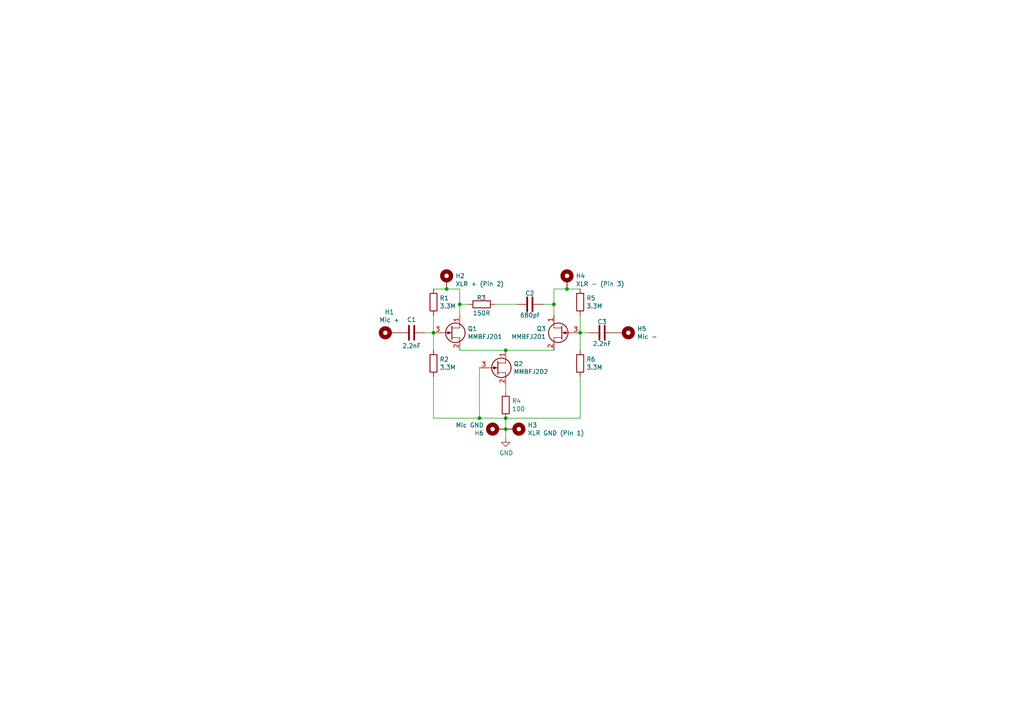
<source format=kicad_sch>
(kicad_sch (version 20230121) (generator eeschema)
  (paper "A4")
  (title_block (title "Schematic A.Rice Preamp") (date "23.07.2023") (comment 1 "SMD Version by V.Weisz") (comment 2 "High Current"))
  (lib_symbols
    (symbol "Device:C" (pin_numbers hide) (pin_names (offset 0.254))
      (property "Reference" "C" (at 0.635 2.54 0))
      (property "Value" "C" (at 0.635 -2.54 0))
      (symbol "C_0_1"
        (polyline (pts (xy -2.032 -0.762) (xy 2.032 -0.762)) (stroke (width 0.508)))
        (polyline (pts (xy -2.032 0.762) (xy 2.032 0.762)) (stroke (width 0.508)))
      )
      (symbol "C_1_1"
        (pin passive line (at 0 3.81 270) (length 2.794) (name "~") (number "1"))
        (pin passive line (at 0 -3.81 90) (length 2.794) (name "~") (number "2"))
      )
    )
    (symbol "Device:R" (pin_numbers hide) (pin_names (offset 0))
      (property "Reference" "R" (at 2.032 0 90))
      (property "Value" "R" (at 0 0 90))
      (symbol "R_0_1"
        (rectangle (start -1.016 -2.54) (end 1.016 2.54) (stroke (width 0.254)))
      )
      (symbol "R_1_1"
        (pin passive line (at 0 3.81 270) (length 1.27) (name "~") (number "1"))
        (pin passive line (at 0 -3.81 90) (length 1.27) (name "~") (number "2"))
      )
    )
    (symbol "LTD0-PCB2023_V3A-rescue:MMBFJ201-MMBFJ201" (pin_names hide)
      (property "Reference" "Q" (at 5.08 1.905 0))
      (property "Value" "MMBFJ201_MMBFJ201" (at 5.08 0 0))
      (symbol "MMBFJ201-MMBFJ201_0_1"
        (polyline (pts (xy 0.254 0) (xy -2.54 0)))
        (polyline (pts (xy 0.254 1.905) (xy 0.254 -1.905)) (stroke (width 0.254)))
        (polyline (pts (xy 2.54 -2.54) (xy 2.54 -1.397) (xy 0.254 -1.397)))
        (polyline (pts (xy 2.54 2.54) (xy 2.54 1.397) (xy 0.254 1.397)))
        (polyline (pts (xy 0 0) (xy -1.016 0.381) (xy -1.016 -0.381) (xy 0 0)) (fill (type outline)))
        (circle (center 1.27 0) (radius 2.8194) (stroke (width 0.254)))
      )
      (symbol "MMBFJ201-MMBFJ201_1_1"
        (pin passive line (at 2.54 5.08 270) (length 2.54) (name "D") (number "1"))
        (pin passive line (at 2.54 -5.08 90) (length 2.54) (name "S") (number "2"))
        (pin input line (at -5.08 0 0) (length 2.54) (name "G") (number "3"))
      )
    )
    (symbol "Mechanical:MountingHole_Pad" (pin_numbers hide) (pin_names (offset 1.016) hide)
      (property "Reference" "H" (at 0 6.35 0))
      (property "Value" "MountingHole_Pad" (at 0 4.445 0))
      (symbol "MountingHole_Pad_0_1"
        (circle (center 0 1.27) (radius 1.27) (stroke (width 1.27)))
      )
      (symbol "MountingHole_Pad_1_1"
        (pin input line (at 0 -2.54 90) (length 2.54) (name "1") (number "1"))
      )
    )
    (symbol "power:GND" (power) (pin_names (offset 0))
      (property "Value" "GND" (at 0 -3.81 0))
      (symbol "GND_0_1"
        (polyline (pts (xy 0 0) (xy 0 -1.27) (xy 1.27 -1.27) (xy 0 -2.54) (xy -1.27 -1.27) (xy 0 -1.27)))
      )
      (symbol "GND_1_1"
        (pin power_in line (at 0 0 270) (length 0) hide (name "GND") (number "1"))
      )
    )
  )
  (junction (at 139.065 121.285))
  (junction (at 160.655 88.265))
  (junction (at 133.35 88.265))
  (junction (at 129.54 83.82))
  (junction (at 146.685 121.285))
  (junction (at 168.275 96.52))
  (junction (at 164.465 83.82))
  (junction (at 146.685 101.6))
  (junction (at 125.73 96.52))
  (junction (at 146.685 124.46))
  (wire (pts (xy 133.35 83.82) (xy 133.35 88.265)))
  (wire (pts (xy 135.89 88.265) (xy 133.35 88.265)))
  (wire (pts (xy 168.275 101.6) (xy 168.275 96.52)))
  (wire (pts (xy 143.51 88.265) (xy 149.86 88.265)))
  (wire (pts (xy 139.065 106.68) (xy 139.065 121.285)))
  (wire (pts (xy 146.685 121.285) (xy 146.685 124.46)))
  (wire (pts (xy 168.275 96.52) (xy 170.815 96.52)))
  (wire (pts (xy 157.48 88.265) (xy 160.655 88.265)))
  (wire (pts (xy 146.685 124.46) (xy 146.685 127)))
  (wire (pts (xy 160.655 83.82) (xy 160.655 88.265)))
  (wire (pts (xy 168.275 91.44) (xy 168.275 96.52)))
  (wire (pts (xy 160.655 88.265) (xy 160.655 91.44)))
  (wire (pts (xy 129.54 83.82) (xy 133.35 83.82)))
  (wire (pts (xy 146.685 101.6) (xy 160.655 101.6)))
  (wire (pts (xy 164.465 83.82) (xy 160.655 83.82)))
  (wire (pts (xy 125.73 121.285) (xy 139.065 121.285)))
  (wire (pts (xy 125.73 101.6) (xy 125.73 96.52)))
  (wire (pts (xy 125.73 83.82) (xy 129.54 83.82)))
  (wire (pts (xy 168.275 121.285) (xy 146.685 121.285)))
  (wire (pts (xy 139.065 121.285) (xy 146.685 121.285)))
  (wire (pts (xy 125.73 96.52) (xy 125.73 91.44)))
  (wire (pts (xy 146.685 113.665) (xy 146.685 111.76)))
  (wire (pts (xy 168.275 109.22) (xy 168.275 121.285)))
  (wire (pts (xy 125.73 109.22) (xy 125.73 121.285)))
  (wire (pts (xy 133.35 88.265) (xy 133.35 91.44)))
  (wire (pts (xy 123.19 96.52) (xy 125.73 96.52)))
  (wire (pts (xy 133.35 101.6) (xy 146.685 101.6)))
  (wire (pts (xy 168.275 83.82) (xy 164.465 83.82)))
  (symbol (lib_id "LTD0-PCB2023_V3A-rescue:MMBFJ201-MMBFJ201") (at 130.81 96.52 0) (unit 1)
    (property "Reference" "Q1" (at 135.636 95.3516 0) (effects (justify left)))
    (property "Value" "MMBFJ201" (at 135.636 97.663 0) (effects (justify left)))
    (property "Footprint" "Package_TO_SOT_SMD:SOT-23" (effects hide))
    (property "Datasheet" "https://www.nxp.com/docs/en/data-sheet/BF545A_BF545B_BF545C.pdf" (effects hide))
  )
  (symbol (lib_id "LTD0-PCB2023_V3A-rescue:MMBFJ201-MMBFJ201") (at 163.195 96.52 0) (mirror y) (unit 1)
    (property "Reference" "Q3" (at 158.369 95.3516 0) (effects (justify left)))
    (property "Value" "MMBFJ201" (at 158.369 97.663 0) (effects (justify left)))
    (property "Footprint" "Package_TO_SOT_SMD:SOT-23" (effects hide))
    (property "Datasheet" "https://www.nxp.com/docs/en/data-sheet/BF545A_BF545B_BF545C.pdf" (effects hide))
  )
  (symbol (lib_id "LTD0-PCB2023_V3A-rescue:MMBFJ201-MMBFJ201") (at 144.145 106.68 0) (unit 1)
    (property "Reference" "Q2" (at 148.971 105.5116 0) (effects (justify left)))
    (property "Value" "MMBFJ202" (at 148.971 107.823 0) (effects (justify left)))
    (property "Footprint" "Package_TO_SOT_SMD:SOT-23" (effects hide))
    (property "Datasheet" "https://www.nxp.com/docs/en/data-sheet/BF545A_BF545B_BF545C.pdf" (effects hide))
  )
  (symbol (lib_id "Device:R") (at 146.685 117.475 0) (unit 1)
    (property "Reference" "R4" (at 148.463 116.3066 0) (effects (justify left)))
    (property "Value" "100" (at 148.463 118.618 0) (effects (justify left)))
    (property "Footprint" "Resistor_SMD:R_0805_2012Metric_Pad1.15x1.40mm_HandSolder" (effects hide))
  )
  (symbol (lib_id "Device:R") (at 139.7 88.265 90) (unit 1)
    (property "Reference" "R3" (at 140.97 86.36 90) (effects (justify left)))
    (property "Value" "150R" (at 142.24 90.805 90) (effects (justify left)))
    (property "Footprint" "Resistor_SMD:R_0805_2012Metric_Pad1.15x1.40mm_HandSolder" (effects hide))
  )
  (symbol (lib_id "Device:R") (at 125.73 87.63 0) (unit 1)
    (property "Reference" "R1" (at 127.508 86.4616 0) (effects (justify left)))
    (property "Value" "3.3M" (at 127.508 88.773 0) (effects (justify left)))
    (property "Footprint" "Resistor_SMD:R_0805_2012Metric_Pad1.15x1.40mm_HandSolder" (effects hide))
  )
  (symbol (lib_id "Device:R") (at 125.73 105.41 0) (unit 1)
    (property "Reference" "R2" (at 127.508 104.2416 0) (effects (justify left)))
    (property "Value" "3.3M" (at 127.508 106.553 0) (effects (justify left)))
    (property "Footprint" "Resistor_SMD:R_0805_2012Metric_Pad1.15x1.40mm_HandSolder" (effects hide))
  )
  (symbol (lib_id "Device:R") (at 168.275 87.63 0) (unit 1)
    (property "Reference" "R5" (at 170.053 86.4616 0) (effects (justify left)))
    (property "Value" "3.3M" (at 170.053 88.773 0) (effects (justify left)))
    (property "Footprint" "Resistor_SMD:R_0805_2012Metric_Pad1.15x1.40mm_HandSolder" (effects hide))
  )
  (symbol (lib_id "Device:R") (at 168.275 105.41 0) (unit 1)
    (property "Reference" "R6" (at 170.053 104.2416 0) (effects (justify left)))
    (property "Value" "3.3M" (at 170.053 106.553 0) (effects (justify left)))
    (property "Footprint" "Resistor_SMD:R_0805_2012Metric_Pad1.15x1.40mm_HandSolder" (effects hide))
  )
  (symbol (lib_id "Device:C") (at 174.625 96.52 270) (unit 1)
    (property "Reference" "C3" (at 174.625 93.345 90))
    (property "Value" "2.2nF" (at 174.625 99.695 90))
    (property "Footprint" "Capacitor_SMD:C_0805_2012Metric_Pad1.15x1.40mm_HandSolder" (effects hide))
  )
  (symbol (lib_id "Device:C") (at 119.38 96.52 270) (unit 1)
    (property "Reference" "C1" (at 119.38 92.71 90))
    (property "Value" "2.2nF" (at 119.38 100.33 90))
    (property "Footprint" "Capacitor_SMD:C_0805_2012Metric_Pad1.15x1.40mm_HandSolder" (effects hide))
  )
  (symbol (lib_id "Device:C") (at 153.67 88.265 270) (unit 1)
    (property "Reference" "C2" (at 153.67 85.09 90))
    (property "Value" "680pf" (at 153.67 91.44 90))
    (property "Footprint" "Capacitor_SMD:C_0805_2012Metric_Pad1.15x1.40mm_HandSolder" (effects hide))
  )
  (symbol (lib_id "power:GND") (at 146.685 127 0) (unit 1)
    (property "Reference" "#PWR01" (effects hide))
    (property "Value" "GND" (at 146.812 131.3942 0))
  )
  (symbol (lib_id "Mechanical:MountingHole_Pad") (at 149.225 124.46 270) (unit 1)
    (property "Reference" "H3" (at 153.035 123.2916 90) (effects (justify left)))
    (property "Value" "XLR GND (Pin 1)" (at 153.035 125.603 90) (effects (justify left)))
    (property "Footprint" "TestPoint:TestPoint_Pad_2.5x2.5mm" (effects hide))
  )
  (symbol (lib_id "Mechanical:MountingHole_Pad") (at 129.54 81.28 0) (unit 1)
    (property "Reference" "H2" (at 132.08 80.0354 0) (effects (justify left)))
    (property "Value" "XLR + (Pin 2)" (at 132.08 82.3468 0) (effects (justify left)))
    (property "Footprint" "TestPoint:TestPoint_Pad_2.5x2.5mm" (effects hide))
  )
  (symbol (lib_id "Mechanical:MountingHole_Pad") (at 164.465 81.28 0) (unit 1)
    (property "Reference" "H4" (at 167.005 80.0354 0) (effects (justify left)))
    (property "Value" "XLR - (Pin 3) " (at 167.005 82.3468 0) (effects (justify left)))
    (property "Footprint" "TestPoint:TestPoint_Pad_2.5x2.5mm" (effects hide))
  )
  (symbol (lib_id "Mechanical:MountingHole_Pad") (at 113.03 96.52 90) (unit 1)
    (property "Reference" "H1" (at 112.9538 90.5002 90))
    (property "Value" "Mic +" (at 112.9538 92.8116 90))
    (property "Footprint" "TestPoint:TestPoint_THTPad_1.5x1.5mm_Drill0.7mm" (effects hide))
  )
  (symbol (lib_id "Mechanical:MountingHole_Pad") (at 180.975 96.52 270) (unit 1)
    (property "Reference" "H5" (at 184.785 95.3516 90) (effects (justify left)))
    (property "Value" "Mic -" (at 184.785 97.663 90) (effects (justify left)))
    (property "Footprint" "TestPoint:TestPoint_THTPad_1.5x1.5mm_Drill0.7mm" (effects hide))
  )
  (symbol (lib_id "Mechanical:MountingHole_Pad") (at 144.145 124.46 90) (unit 1)
    (property "Reference" "H6" (at 140.335 125.6284 90) (effects (justify left)))
    (property "Value" "Mic GND" (at 140.335 123.317 90) (effects (justify left)))
    (property "Footprint" "TestPoint:TestPoint_THTPad_1.5x1.5mm_Drill0.7mm" (effects hide))
  )
)
</source>
